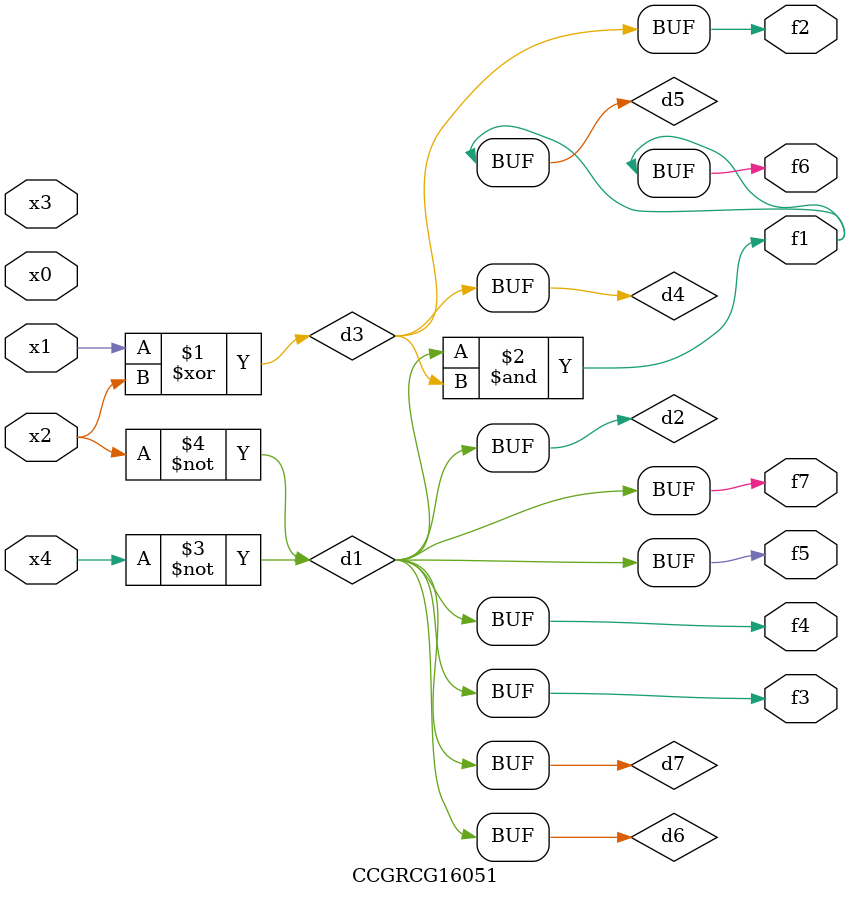
<source format=v>
module CCGRCG16051(
	input x0, x1, x2, x3, x4,
	output f1, f2, f3, f4, f5, f6, f7
);

	wire d1, d2, d3, d4, d5, d6, d7;

	not (d1, x4);
	not (d2, x2);
	xor (d3, x1, x2);
	buf (d4, d3);
	and (d5, d1, d3);
	buf (d6, d1, d2);
	buf (d7, d2);
	assign f1 = d5;
	assign f2 = d4;
	assign f3 = d7;
	assign f4 = d7;
	assign f5 = d7;
	assign f6 = d5;
	assign f7 = d7;
endmodule

</source>
